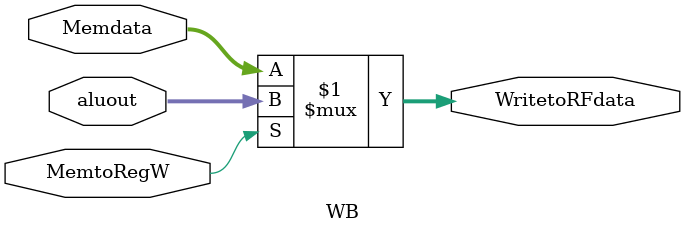
<source format=v>
module WB
	#(parameter WIDTH=32)
	(
		input [WIDTH-1:0] aluout,
		input [WIDTH-1:0] Memdata,

		input MemtoRegW,
		output [WIDTH-1:0] WritetoRFdata
	);

	assign WritetoRFdata = MemtoRegW?aluout:Memdata; 
endmodule
</source>
